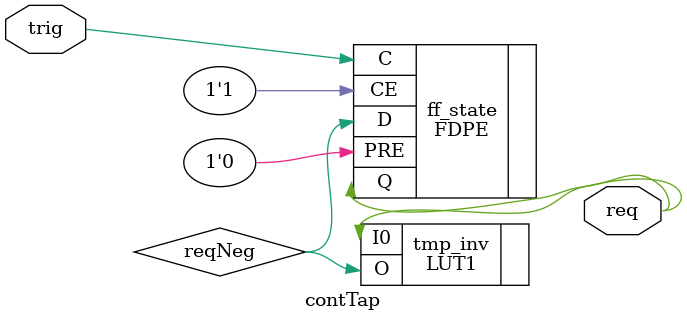
<source format=v>
`timescale 1ns / 1ps

(* dont_touch="true" *)module contTap(trig, req);//, rst);

input trig;
//input rst;
output req;

wire reqNeg;

LUT1 #(.INIT(2'b01)) tmp_inv 
(
   .O   ( reqNeg ),   
   .I0  ( req    )
);

FDPE #(.INIT(1'b0)) ff_state (
    .Q  ( req),      // 1-bit Data output
    .C  ( trig),      // 1-bit Clock input
    .CE ( 1'b1),    // 1-bit Clock enable input
    .PRE( 1'b0),  // 1-bit Asynchronous preset input
    .D  ( reqNeg)       // 1-bit Data input
   );

endmodule

</source>
